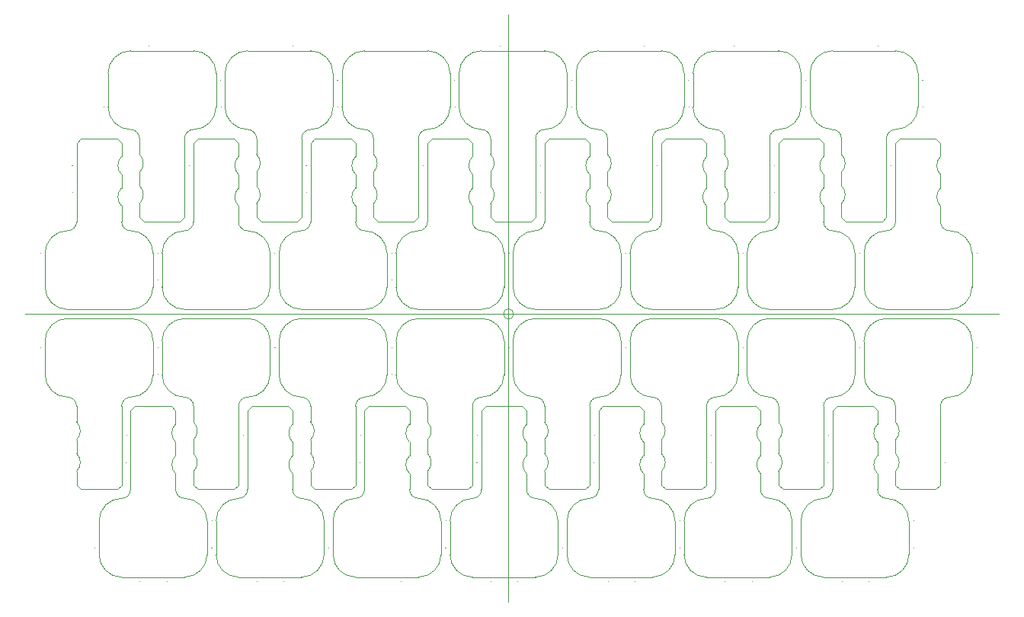
<source format=gbr>
G04 #@! TF.FileFunction,Drawing*
%FSLAX46Y46*%
G04 Gerber Fmt 4.6, Leading zero omitted, Abs format (unit mm)*
G04 Created by KiCad (PCBNEW (2016-04-11 BZR 6687, Git f239aee)-product) date Tue 12 Apr 2016 04:32:28 PM CEST*
%MOMM*%
G01*
G04 APERTURE LIST*
%ADD10C,0.150000*%
%ADD11C,0.100000*%
%ADD12C,0.050000*%
G04 APERTURE END LIST*
D10*
D11*
X124249999Y-63999997D02*
G75*
G03X121749997Y-66500001I1J-2500003D01*
G01*
X133750003Y-66500000D02*
G75*
G03X131250002Y-64000001I-2500000J-1D01*
G01*
X131249996Y-72750001D02*
G75*
G03X133749998Y-70250001I1J2500001D01*
G01*
X131250002Y-64000001D02*
X124249998Y-63999999D01*
X121750000Y-70250001D02*
G75*
G03X124250001Y-72750000I2500000J1D01*
G01*
X129750002Y-83000002D02*
X130250000Y-82499998D01*
X129750002Y-83000002D02*
X125750001Y-82999998D01*
X130250000Y-82499998D02*
X130250000Y-73750000D01*
X131250001Y-72750001D02*
G75*
G03X130250000Y-73750000I-1J-1000000D01*
G01*
X125249999Y-73749996D02*
G75*
G03X124250001Y-72750000I-999997J-1D01*
G01*
X118250001Y-72749999D02*
G75*
G03X117249999Y-73749999I-1J-1000001D01*
G01*
X120749999Y-70249997D02*
X120749998Y-66499999D01*
X118250004Y-72749996D02*
G75*
G03X120749999Y-70249997I-2J2499997D01*
G01*
X120749998Y-66500000D02*
G75*
G03X118250000Y-64000000I-2499999J1D01*
G01*
X85250002Y-64000006D02*
G75*
G03X82750002Y-66500000I-3J-2499997D01*
G01*
X112250000Y-73750002D02*
G75*
G03X111250002Y-72750000I-1000000J2D01*
G01*
X111249996Y-92750005D02*
G75*
G03X113750002Y-90250001I1J2500005D01*
G01*
X121749997Y-66500001D02*
X121750001Y-70249999D01*
X118250000Y-64000000D02*
X111250001Y-63999998D01*
X117249999Y-92750002D02*
X124250001Y-92750002D01*
X118249999Y-74250000D02*
X118249998Y-83000001D01*
X112250004Y-77499997D02*
G75*
G03X112249999Y-75500000I-1000001J999996D01*
G01*
X117250002Y-82499997D02*
X117249999Y-73749999D01*
X112249999Y-75500000D02*
X112250002Y-73750000D01*
X118749999Y-73750002D02*
X118249999Y-74250000D01*
X112249998Y-79000002D02*
X112250001Y-77500003D01*
X112250003Y-80999999D02*
G75*
G03X112249998Y-79000002I-1000001J999996D01*
G01*
X112750000Y-83000000D02*
X112250000Y-82500000D01*
X116749999Y-82999999D02*
X112750000Y-83000000D01*
X112250000Y-82500000D02*
X112250000Y-81000000D01*
X116749999Y-82999999D02*
X117250002Y-82499997D01*
X117249995Y-83999994D02*
G75*
G03X118249998Y-83000001I5J999998D01*
G01*
X113750002Y-90250001D02*
X113749995Y-86499998D01*
X114750000Y-90249997D02*
G75*
G03X117249999Y-92750002I2500002J-3D01*
G01*
X117249999Y-84000000D02*
G75*
G03X114749999Y-86500002I1J-2500001D01*
G01*
X114749999Y-86500002D02*
X114750002Y-90250003D01*
X113749999Y-86500003D02*
G75*
G03X111250001Y-84000001I-2500000J2D01*
G01*
X125250000Y-82500001D02*
X125250001Y-81000002D01*
X123249999Y-81250001D02*
X123250000Y-82999997D01*
X125750001Y-82999998D02*
X125250000Y-82500001D01*
X125250000Y-80999999D02*
G75*
G03X125249999Y-79000000I-1000000J999999D01*
G01*
X125249999Y-79000000D02*
X125249999Y-77500000D01*
X123250002Y-83000004D02*
G75*
G03X124250003Y-83999999I999998J3D01*
G01*
X123249996Y-79250000D02*
G75*
G03X123249999Y-81250001I1000002J-999999D01*
G01*
X123249998Y-77750001D02*
X123249998Y-79249998D01*
X126750003Y-90250001D02*
X126749998Y-86500000D01*
X126750003Y-86500001D02*
G75*
G03X124250003Y-83999999I-2500001J1D01*
G01*
X124250002Y-92750000D02*
G75*
G03X126750003Y-90250001I1J2500000D01*
G01*
X125249996Y-77499998D02*
G75*
G03X125249999Y-75500001I-999997J1000000D01*
G01*
X122750003Y-73749999D02*
X123249998Y-74249999D01*
X118749999Y-73750002D02*
X122750003Y-73749999D01*
X123249998Y-74249999D02*
X123250000Y-75750000D01*
X123250002Y-75750001D02*
G75*
G03X123249998Y-77750001I999998J-1000002D01*
G01*
X125249999Y-75500001D02*
X125250000Y-73750000D01*
X104249999Y-84000002D02*
G75*
G03X105250001Y-83000000I0J1000002D01*
G01*
X104250001Y-92749997D02*
X111250004Y-92749998D01*
X101750002Y-86499998D02*
X101749997Y-90249999D01*
X104250002Y-84000006D02*
G75*
G03X101750002Y-86499998I-4J-2499996D01*
G01*
X110250004Y-83000002D02*
G75*
G03X111250001Y-84000001I999998J-1D01*
G01*
X99249999Y-75499999D02*
X99250000Y-73750001D01*
X97249997Y-74249999D02*
X97250001Y-75750000D01*
X97249997Y-75750000D02*
G75*
G03X97250001Y-77750002I1000003J-999999D01*
G01*
X99250004Y-77500002D02*
G75*
G03X99249999Y-75499999I-1000004J999999D01*
G01*
X97250002Y-79249998D02*
G75*
G03X97249999Y-81249997I999998J-1000001D01*
G01*
X99250000Y-79000000D02*
X99250000Y-77500002D01*
X103750002Y-83000000D02*
X104249998Y-82499999D01*
X104249998Y-82499999D02*
X104250000Y-73750002D01*
X105249999Y-74250000D02*
X105250001Y-83000000D01*
X105750000Y-73750002D02*
X105249999Y-74250000D01*
X109749997Y-73749997D02*
X110249998Y-74250001D01*
X110250004Y-81250001D02*
X110249998Y-83000000D01*
X110249998Y-74250001D02*
X110250002Y-75749999D01*
X110249998Y-77750000D02*
X110250003Y-79250005D01*
X110249997Y-75750003D02*
G75*
G03X110249998Y-77750000I999999J-999998D01*
G01*
X110250001Y-79250000D02*
G75*
G03X110250004Y-81250001I1000002J-999999D01*
G01*
X100749991Y-86500003D02*
G75*
G03X98250000Y-84000004I-2499995J4D01*
G01*
X100750001Y-90250003D02*
X100749998Y-86499999D01*
X101750001Y-90249999D02*
G75*
G03X104250001Y-92749997I2499999J1D01*
G01*
X98249999Y-92750003D02*
G75*
G03X100750001Y-90250003I1J2500001D01*
G01*
X103750002Y-83000000D02*
X99750000Y-82999998D01*
X99249998Y-80999998D02*
G75*
G03X99250000Y-79000000I-999998J1000000D01*
G01*
X99250000Y-82500000D02*
X99250001Y-81000002D01*
X99750000Y-82999998D02*
X99250000Y-82500000D01*
X97249999Y-81249997D02*
X97250002Y-83000002D01*
X97249998Y-83000002D02*
G75*
G03X98250000Y-84000004I1000002J0D01*
G01*
X97250001Y-77750002D02*
X97249996Y-79250000D01*
X105750000Y-73750002D02*
X109749997Y-73749997D01*
X108749994Y-70250002D02*
G75*
G03X111250002Y-72750000I2500003J5D01*
G01*
X105250002Y-72749998D02*
G75*
G03X107750000Y-70250000I0J2499998D01*
G01*
X95749997Y-70250000D02*
G75*
G03X98250000Y-72750001I2500002J1D01*
G01*
X92750001Y-73749998D02*
X96749997Y-73750000D01*
X92249998Y-72749998D02*
G75*
G03X94750000Y-70250000I2J2500000D01*
G01*
X107750001Y-66499998D02*
G75*
G03X105250002Y-63999999I-2499999J0D01*
G01*
X111249999Y-63999998D02*
G75*
G03X108750000Y-66499999I1J-2500000D01*
G01*
X108750000Y-66499999D02*
X108749998Y-70250003D01*
X107750000Y-70250000D02*
X107750000Y-66499998D01*
X105250000Y-72750000D02*
G75*
G03X104250000Y-73750002I1J-1000001D01*
G01*
X99250001Y-73750000D02*
G75*
G03X98250000Y-72750001I-1000000J-1D01*
G01*
X105250002Y-63999999D02*
X98250001Y-63999998D01*
X98249999Y-63999998D02*
G75*
G03X95750001Y-66500002I3J-2500001D01*
G01*
X94749999Y-66500002D02*
G75*
G03X92250002Y-64000001I-2499999J2D01*
G01*
X94750000Y-70250000D02*
X94750000Y-66500002D01*
X95750001Y-66500002D02*
X95749999Y-70249999D01*
X33249998Y-64000003D02*
G75*
G03X30750002Y-66499999I0J-2499996D01*
G01*
X30750002Y-66499999D02*
X30750002Y-70250001D01*
X30750001Y-70249998D02*
G75*
G03X33250001Y-72749998I2500000J0D01*
G01*
X34249999Y-73750002D02*
G75*
G03X33250001Y-72749998I-1000001J3D01*
G01*
X79250000Y-63999998D02*
X72249998Y-63999999D01*
X81750002Y-66499998D02*
G75*
G03X79250000Y-63999998I-2500001J-1D01*
G01*
X133749998Y-70250001D02*
X133750001Y-66499998D01*
X72249998Y-64000001D02*
G75*
G03X69750001Y-66500002I2J-2499999D01*
G01*
X45250002Y-83000003D02*
G75*
G03X46250002Y-83999997I999997J3D01*
G01*
X40250002Y-64000000D02*
X33250000Y-64000002D01*
X78250001Y-92749999D02*
X85250002Y-92750002D01*
X92250002Y-64000001D02*
X85250001Y-64000000D01*
X82750000Y-70250003D02*
G75*
G03X85250001Y-72749998I2499998J3D01*
G01*
X86249998Y-77500000D02*
G75*
G03X86250000Y-75500000I-999999J1000001D01*
G01*
X86250000Y-75500000D02*
X86249999Y-73749998D01*
X86250005Y-73750002D02*
G75*
G03X85250001Y-72749998I-1000004J0D01*
G01*
X83749999Y-73749999D02*
X84249996Y-74250001D01*
X84249996Y-74250001D02*
X84249999Y-75749999D01*
X90749999Y-83000000D02*
X86749998Y-82999998D01*
X91250000Y-84000001D02*
G75*
G03X92249999Y-82999998I-2J1000001D01*
G01*
X91250001Y-83999994D02*
G75*
G03X88749997Y-86500002I2J-2500006D01*
G01*
X90749999Y-83000000D02*
X91250002Y-82500001D01*
X87750000Y-86500002D02*
G75*
G03X85250000Y-84000002I-2500000J0D01*
G01*
X86749998Y-82999998D02*
X86250000Y-82500000D01*
X92249998Y-74249999D02*
X92249999Y-82999998D01*
X92750001Y-73749998D02*
X92249998Y-74249999D01*
X91250002Y-82500001D02*
X91249998Y-73750000D01*
X96749997Y-73750000D02*
X97249997Y-74249999D01*
X92249998Y-72749998D02*
G75*
G03X91249998Y-73750000I1J-1000001D01*
G01*
X85250003Y-92750004D02*
G75*
G03X87750001Y-90250000I-3J2500001D01*
G01*
X88749997Y-86500002D02*
X88749999Y-90250000D01*
X87750001Y-90250000D02*
X87750001Y-86500003D01*
X91250001Y-92750001D02*
X98250002Y-92749999D01*
X88749996Y-90250004D02*
G75*
G03X91250001Y-92750001I2500001J4D01*
G01*
X86249999Y-80999995D02*
G75*
G03X86249998Y-79000002I-999997J999996D01*
G01*
X84249997Y-83000001D02*
G75*
G03X85250000Y-84000002I1000002J1D01*
G01*
X84249997Y-81250001D02*
X84249999Y-82999998D01*
X86249998Y-79000002D02*
X86250000Y-77500000D01*
X86250000Y-82500000D02*
X86250000Y-81000000D01*
X84250001Y-79249999D02*
G75*
G03X84249997Y-81250001I999999J-1000003D01*
G01*
X84249998Y-77749999D02*
X84249997Y-79250001D01*
X84250000Y-75750003D02*
G75*
G03X84249998Y-77749999I999997J-999999D01*
G01*
X36750000Y-86500001D02*
X36750002Y-90250001D01*
X36749999Y-90249999D02*
G75*
G03X39250003Y-92750003I2500004J0D01*
G01*
X39250003Y-92750003D02*
X46249998Y-92750001D01*
X47249998Y-82499998D02*
X47250001Y-80999998D01*
X45250005Y-79250000D02*
G75*
G03X45250000Y-81249997I999996J-1000001D01*
G01*
X45250000Y-81249997D02*
X45250000Y-83000001D01*
X45250000Y-75750002D02*
G75*
G03X45249999Y-77749999I999998J-999999D01*
G01*
X45249999Y-77749999D02*
X45249997Y-79249997D01*
X47250002Y-78999999D02*
X47250000Y-77500000D01*
X39250003Y-84000003D02*
G75*
G03X40250000Y-83000000I-3J1000000D01*
G01*
X39249995Y-83999994D02*
G75*
G03X36750000Y-86500001I6J-2500001D01*
G01*
X38750001Y-83000001D02*
X39249999Y-82499999D01*
X38750001Y-83000001D02*
X34749999Y-83000002D01*
X34749999Y-83000002D02*
X34250001Y-82500001D01*
X34250001Y-82500001D02*
X34250002Y-80999998D01*
X40250001Y-74250000D02*
X40250000Y-83000000D01*
X39249999Y-82499999D02*
X39250003Y-73749998D01*
X34249998Y-79000001D02*
X34249999Y-77499998D01*
X34249998Y-77500002D02*
G75*
G03X34250000Y-75500002I-999999J1000001D01*
G01*
X34249999Y-81000002D02*
G75*
G03X34249998Y-79000001I-1000001J1000000D01*
G01*
X34250000Y-75500002D02*
X34250000Y-73749997D01*
X66250001Y-72749997D02*
G75*
G03X65250000Y-73750000I1J-1000002D01*
G01*
X66750000Y-73750001D02*
X66250003Y-74250000D01*
X66250003Y-74250000D02*
X66250001Y-83000002D01*
X60250000Y-82500000D02*
X60250000Y-81000000D01*
X64750002Y-82999997D02*
X60749999Y-82999999D01*
X64750002Y-82999997D02*
X65249999Y-82500001D01*
X60749999Y-82999999D02*
X60250000Y-82500000D01*
X60250002Y-73749999D02*
G75*
G03X59250002Y-72749999I-1000000J0D01*
G01*
X68750001Y-66500001D02*
G75*
G03X66249999Y-63999999I-2500002J0D01*
G01*
X59250000Y-64000000D02*
G75*
G03X56749998Y-66500002I0J-2500002D01*
G01*
X66249999Y-63999999D02*
X59249999Y-64000002D01*
X56750002Y-70249999D02*
G75*
G03X59250002Y-72749999I2500000J0D01*
G01*
X66250001Y-72749999D02*
G75*
G03X68750000Y-70250000I0J2499999D01*
G01*
X53749999Y-73750003D02*
X53249996Y-74249998D01*
X53249998Y-72750004D02*
G75*
G03X55750002Y-70250002I1J2500003D01*
G01*
X57749998Y-73749997D02*
X58250001Y-74249999D01*
X53749999Y-73750003D02*
X57749998Y-73749997D01*
X58250001Y-74249999D02*
X58250004Y-75750000D01*
X58250000Y-81250002D02*
X58250000Y-82999999D01*
X58250001Y-77750001D02*
X58250004Y-79250002D01*
X58249999Y-79250001D02*
G75*
G03X58250000Y-81250002I1000001J-1000000D01*
G01*
X53249996Y-74249998D02*
X53250001Y-83000001D01*
X58250001Y-75750003D02*
G75*
G03X58250001Y-77750001I999999J-999999D01*
G01*
X56749998Y-66500002D02*
X56750002Y-70250002D01*
X55750001Y-66500001D02*
G75*
G03X53250000Y-64000000I-2500001J0D01*
G01*
X55750002Y-70250002D02*
X55750001Y-66499999D01*
X65249999Y-82500001D02*
X65250000Y-73750000D01*
X60250000Y-75500003D02*
X60250004Y-73750001D01*
X60250000Y-77499997D02*
G75*
G03X60250000Y-75500003I-999997J999997D01*
G01*
X60250000Y-79000000D02*
X60250000Y-77500000D01*
X60249998Y-80999998D02*
G75*
G03X60250000Y-79000000I-999998J1000000D01*
G01*
X82750002Y-66500000D02*
X82749997Y-70249999D01*
X81749999Y-70250001D02*
X81749998Y-66499999D01*
X79250000Y-72749998D02*
G75*
G03X78249998Y-73750000I0J-1000002D01*
G01*
X73249998Y-73749995D02*
G75*
G03X72249999Y-72750000I-999997J-2D01*
G01*
X79249997Y-72750001D02*
G75*
G03X81749999Y-70250001I1J2500001D01*
G01*
X69750001Y-66500002D02*
X69750003Y-70250000D01*
X69750002Y-70249997D02*
G75*
G03X72249999Y-72750000I2500000J-3D01*
G01*
X68750000Y-70250000D02*
X68749999Y-66499999D01*
X75750004Y-90249996D02*
G75*
G03X78250001Y-92749999I2500000J-3D01*
G01*
X72250001Y-92749997D02*
G75*
G03X74750000Y-90249998I0J2499999D01*
G01*
X74750000Y-90249998D02*
X74750002Y-86500002D01*
X75750000Y-86500002D02*
X75750002Y-90250002D01*
X73249998Y-75500003D02*
X73249997Y-73750000D01*
X73250001Y-78999998D02*
X73249999Y-77499999D01*
X73249997Y-77499996D02*
G75*
G03X73249998Y-75500003I-999996J999997D01*
G01*
X71249997Y-74250002D02*
X71249999Y-75749999D01*
X71250000Y-77750001D02*
X71250002Y-79250000D01*
X71250000Y-83000002D02*
G75*
G03X72250001Y-84000001I1000000J1D01*
G01*
X78250000Y-83999999D02*
G75*
G03X79250001Y-83000000I1J1000000D01*
G01*
X74750001Y-86500003D02*
G75*
G03X72250001Y-84000001I-2500001J1D01*
G01*
X78249999Y-84000003D02*
G75*
G03X75750000Y-86500002I0J-2499999D01*
G01*
X78250000Y-82500000D02*
X78249998Y-73750000D01*
X79250001Y-74249997D02*
X79250001Y-83000000D01*
X79749999Y-73750001D02*
X79250001Y-74249997D01*
X79749999Y-73750001D02*
X83749999Y-73749999D01*
X73250002Y-81000001D02*
G75*
G03X73250001Y-78999998I-1000002J1000001D01*
G01*
X77749999Y-83000000D02*
X73749999Y-83000003D01*
X77749999Y-83000000D02*
X78250000Y-82500000D01*
X73250000Y-82499998D02*
X73250000Y-81000000D01*
X73749999Y-83000003D02*
X73250000Y-82499998D01*
X62750001Y-90250006D02*
G75*
G03X65249999Y-92749998I2499995J3D01*
G01*
X65249999Y-92749998D02*
X72250000Y-92750000D01*
X61750008Y-86500000D02*
G75*
G03X59250001Y-83999999I-2500004J-3D01*
G01*
X65250000Y-83999995D02*
G75*
G03X62749997Y-86500000I1J-2500004D01*
G01*
X58249999Y-82999999D02*
G75*
G03X59250001Y-83999999I1000001J1D01*
G01*
X65249999Y-84000004D02*
G75*
G03X66250001Y-83000002I0J1000002D01*
G01*
X52249998Y-84000000D02*
G75*
G03X53250001Y-83000001I2J1000001D01*
G01*
X48750004Y-86500003D02*
G75*
G03X46250002Y-83999997I-2500004J2D01*
G01*
X49750001Y-86500001D02*
X49750003Y-90249999D01*
X52249999Y-83999999D02*
G75*
G03X49750001Y-86500001I2J-2500000D01*
G01*
X49750001Y-90249996D02*
G75*
G03X52249995Y-92750002I2500000J-6D01*
G01*
X48750002Y-90249996D02*
X48749997Y-86500000D01*
X46250004Y-92750000D02*
G75*
G03X48750002Y-90249996I-3J2500001D01*
G01*
X52249995Y-92750002D02*
X59250000Y-92750003D01*
X61749998Y-90250003D02*
X61750000Y-86499999D01*
X59249994Y-92749999D02*
G75*
G03X61749998Y-90250003I4J2500000D01*
G01*
X62749997Y-86500000D02*
X62750000Y-90249999D01*
X70749999Y-73750001D02*
X71249997Y-74250002D01*
X71250000Y-75749997D02*
G75*
G03X71250000Y-77750001I1000002J-1000002D01*
G01*
X66750000Y-73750001D02*
X70749999Y-73750001D01*
X71250005Y-79249999D02*
G75*
G03X71250000Y-81250000I999998J-1000003D01*
G01*
X71250000Y-81250000D02*
X71249998Y-83000001D01*
X42750001Y-66500003D02*
G75*
G03X40250002Y-64000000I-2500001J2D01*
G01*
X42750001Y-70249998D02*
X42749999Y-66499998D01*
X46250002Y-63999998D02*
G75*
G03X43749999Y-66499999I-1J-2500002D01*
G01*
X47249999Y-75499999D02*
X47250000Y-73750002D01*
X40750002Y-73750001D02*
X40250001Y-74250000D01*
X40750002Y-73750001D02*
X44750002Y-73750000D01*
X45249998Y-74249998D02*
X45250000Y-75749999D01*
X47249999Y-73750001D02*
G75*
G03X46250000Y-72750000I-1000000J1D01*
G01*
X53250004Y-72750001D02*
G75*
G03X52250002Y-73750001I-1J-1000001D01*
G01*
X53250000Y-64000000D02*
X46250001Y-63999999D01*
X44750002Y-73750000D02*
X45249998Y-74249998D01*
X43749999Y-66499999D02*
X43750002Y-70249995D01*
X40250005Y-72750000D02*
G75*
G03X42750001Y-70249998I-3J2499999D01*
G01*
X43750003Y-70250001D02*
G75*
G03X46250000Y-72750000I2499998J-1D01*
G01*
X40250000Y-72750005D02*
G75*
G03X39250003Y-73749998I-2J-999995D01*
G01*
X52249998Y-82500000D02*
X52250002Y-73750001D01*
X51750000Y-83000000D02*
X52249998Y-82500000D01*
X47749998Y-82999999D02*
X47249998Y-82499998D01*
X47249999Y-81000000D02*
G75*
G03X47250002Y-78999999I-999999J1000002D01*
G01*
X51750000Y-83000000D02*
X47749998Y-82999999D01*
X47250001Y-77499999D02*
G75*
G03X47249999Y-75499999I-1000001J999999D01*
G01*
X28500000Y-63500000D02*
X136750000Y-63500000D01*
X82250000Y-95500000D02*
X82250000Y-30250000D01*
X82809017Y-63500000D02*
G75*
G03X82809017Y-63500000I-559017J0D01*
G01*
X130250000Y-53250000D02*
G75*
G03X131250000Y-54250000I1000000J0D01*
G01*
X133750000Y-56750000D02*
G75*
G03X131250000Y-54250000I-2500000J0D01*
G01*
X133750000Y-60500000D02*
X133750000Y-56750000D01*
X131250000Y-63000000D02*
G75*
G03X133750000Y-60500000I0J2500000D01*
G01*
X130250000Y-51500000D02*
X130250000Y-53250000D01*
X125250000Y-44500000D02*
X125250000Y-53250000D01*
X130250000Y-49500000D02*
G75*
G03X130250000Y-51500000I1000000J-1000000D01*
G01*
X130250000Y-48000000D02*
X130250000Y-49500000D01*
X124250000Y-54250000D02*
G75*
G03X125250000Y-53250000I0J1000000D01*
G01*
X124250000Y-63000000D02*
X131250000Y-63000000D01*
X124250000Y-54250000D02*
G75*
G03X121750000Y-56750000I0J-2500000D01*
G01*
X121750000Y-56750000D02*
X121750000Y-60500000D01*
X121750000Y-60500000D02*
G75*
G03X124250000Y-63000000I2500000J0D01*
G01*
X125750000Y-44000000D02*
X125250000Y-44500000D01*
X130250000Y-46000000D02*
G75*
G03X130250000Y-48000000I1000000J-1000000D01*
G01*
X130250000Y-44500000D02*
X130250000Y-46000000D01*
X129750000Y-44000000D02*
X130250000Y-44500000D01*
X125750000Y-44000000D02*
X129750000Y-44000000D01*
X73249998Y-34250001D02*
X66250000Y-34250002D01*
X75749999Y-36749994D02*
G75*
G03X73249998Y-34250001I-2499997J-4D01*
G01*
X75750002Y-40499999D02*
X75750001Y-36750000D01*
X71749999Y-53250000D02*
X67750003Y-53250000D01*
X67250002Y-52750000D02*
X67250002Y-51250001D01*
X71749999Y-53250000D02*
X72250002Y-52750001D01*
X67750003Y-53250000D02*
X67250002Y-52750000D01*
X72250002Y-52750001D02*
X72250001Y-44000002D01*
X67249998Y-49249999D02*
X67250001Y-47750001D01*
X67250001Y-51249998D02*
G75*
G03X67249998Y-49249999I-1000001J999998D01*
G01*
X67250004Y-43999998D02*
G75*
G03X66250001Y-42999997I-1000002J-1D01*
G01*
X73250001Y-43000002D02*
G75*
G03X72250001Y-44000002I0J-1000000D01*
G01*
X67249999Y-47750001D02*
G75*
G03X67250000Y-45750002I-999999J1000000D01*
G01*
X67250000Y-45750002D02*
X67249998Y-44000000D01*
X73249999Y-43000006D02*
G75*
G03X75750002Y-40499999I-2J2500005D01*
G01*
X79249999Y-34249996D02*
G75*
G03X76749999Y-36750000I2J-2500002D01*
G01*
X76749999Y-36750000D02*
X76749999Y-40499999D01*
X76750002Y-40500002D02*
G75*
G03X79250002Y-42999998I2499998J2D01*
G01*
X80250001Y-51249997D02*
G75*
G03X80250000Y-49250000I-999999J999998D01*
G01*
X84749999Y-53250000D02*
X80750000Y-53250000D01*
X85249999Y-52750001D02*
X85249999Y-44000001D01*
X80250002Y-52750000D02*
X80250001Y-51250001D01*
X80250000Y-49250000D02*
X80250002Y-47750000D01*
X80750000Y-53250000D02*
X80250002Y-52750000D01*
X84749999Y-53250000D02*
X85249999Y-52750001D01*
X80250005Y-47750001D02*
G75*
G03X80250003Y-45749999I-1000002J1000000D01*
G01*
X80250003Y-44000001D02*
G75*
G03X79250002Y-42999998I-1000002J1D01*
G01*
X86249999Y-43000001D02*
G75*
G03X85249999Y-44000001I0J-1000000D01*
G01*
X86249997Y-34250002D02*
X79249998Y-34250001D01*
X80250003Y-45749999D02*
X80249999Y-44000001D01*
X93249998Y-47750002D02*
G75*
G03X93250000Y-45750000I-1000000J1000002D01*
G01*
X93250000Y-45750000D02*
X93250002Y-43999999D01*
X93250001Y-49250001D02*
X93250000Y-47750000D01*
X98249997Y-52750000D02*
X98250001Y-43999999D01*
X89750002Y-40499998D02*
G75*
G03X92250000Y-43000000I2500000J-2D01*
G01*
X86249999Y-42999997D02*
G75*
G03X88750000Y-40500000I2J2499999D01*
G01*
X92249999Y-34250002D02*
G75*
G03X89750002Y-36750001I1J-2499998D01*
G01*
X88749994Y-36749999D02*
G75*
G03X86249997Y-34250002I-2499997J0D01*
G01*
X88750000Y-40500000D02*
X88750000Y-36750000D01*
X89750002Y-36750001D02*
X89750000Y-40499998D01*
X97749998Y-53249998D02*
X93750000Y-53250000D01*
X93250002Y-52749999D02*
X93249999Y-51250003D01*
X97749998Y-53249998D02*
X98249997Y-52750000D01*
X93249996Y-51250002D02*
G75*
G03X93250001Y-49250001I-999998J1000003D01*
G01*
X93750000Y-53250000D02*
X93250002Y-52749999D01*
X93250002Y-44000000D02*
G75*
G03X92250000Y-43000000I-1000001J-1D01*
G01*
X101750002Y-40500001D02*
X101750000Y-36750001D01*
X99250002Y-43000000D02*
G75*
G03X98250001Y-43999999I-1J-1000000D01*
G01*
X101749999Y-36749998D02*
G75*
G03X99250002Y-34250001I-2499997J0D01*
G01*
X99250002Y-34250001D02*
X92250000Y-34250000D01*
X99249998Y-43000001D02*
G75*
G03X101750002Y-40500001I2J2500002D01*
G01*
X66250001Y-34249997D02*
G75*
G03X63749999Y-36749997I-1J-2500001D01*
G01*
X62750000Y-40500000D02*
X62750001Y-36750002D01*
X62750000Y-36750002D02*
G75*
G03X60250000Y-34250002I-2500000J0D01*
G01*
X54249998Y-45749999D02*
X54249999Y-43999998D01*
X54250000Y-44000000D02*
G75*
G03X53249999Y-42999999I-1000001J0D01*
G01*
X60250000Y-34250002D02*
X53249999Y-34250002D01*
X60249997Y-42999997D02*
G75*
G03X59249999Y-44000001I3J-1000001D01*
G01*
X41250001Y-47749999D02*
G75*
G03X41249999Y-45749999I-1000001J999999D01*
G01*
X46250000Y-52750000D02*
X46250002Y-43999999D01*
X41250002Y-49249999D02*
X41250002Y-47750001D01*
X41750000Y-53250000D02*
X41250000Y-52750000D01*
X41249998Y-51249999D02*
G75*
G03X41250002Y-49249999I-999998J1000002D01*
G01*
X45749999Y-53249999D02*
X46250000Y-52750000D01*
X41250000Y-52750000D02*
X41250001Y-51250001D01*
X45749999Y-53249999D02*
X41750000Y-53250000D01*
X54249999Y-47750002D02*
G75*
G03X54249998Y-45749999I-1000002J1000001D01*
G01*
X54250000Y-51249998D02*
G75*
G03X54250002Y-49250000I-999998J1000000D01*
G01*
X54250002Y-49250000D02*
X54249998Y-47749998D01*
X54250000Y-52750000D02*
X54250001Y-51250000D01*
X58750000Y-53250000D02*
X54750000Y-53250002D01*
X58750000Y-53250000D02*
X59250001Y-52750001D01*
X59250001Y-52750001D02*
X59249999Y-44000001D01*
X54750000Y-53250002D02*
X54250000Y-52750000D01*
X47250005Y-43000006D02*
G75*
G03X46250002Y-43999999I-5J-999998D01*
G01*
X37749998Y-36749999D02*
X37750001Y-40499998D01*
X40249999Y-34249996D02*
G75*
G03X37749998Y-36749999I1J-2500002D01*
G01*
X47250002Y-34250000D02*
X40250001Y-34249998D01*
X37750000Y-40500001D02*
G75*
G03X40249999Y-43000000I2499999J0D01*
G01*
X41249999Y-45749999D02*
X41249998Y-44000004D01*
X41250001Y-44000000D02*
G75*
G03X40249999Y-43000000I-1000001J-1D01*
G01*
X50750002Y-40500002D02*
G75*
G03X53249999Y-42999999I2499997J0D01*
G01*
X49749999Y-40499996D02*
X49749999Y-36749998D01*
X47250000Y-42999999D02*
G75*
G03X49749999Y-40499996I-2J2500001D01*
G01*
X53250003Y-34249997D02*
G75*
G03X50750000Y-36750000I0J-2500003D01*
G01*
X49749999Y-36750001D02*
G75*
G03X47250002Y-34250000I-2499999J2D01*
G01*
X50750000Y-36750000D02*
X50750001Y-40500003D01*
X63749999Y-36749997D02*
X63750002Y-40500001D01*
X60249998Y-42999998D02*
G75*
G03X62750000Y-40500000I2J2500000D01*
G01*
X63750009Y-40500001D02*
G75*
G03X66250001Y-42999997I2499994J-2D01*
G01*
X119750001Y-53250000D02*
X119250000Y-52750002D01*
X119250000Y-49250000D02*
X119250001Y-47750003D01*
X124249999Y-52750002D02*
X124250000Y-44000000D01*
X119250000Y-52750002D02*
X119250001Y-51250001D01*
X123750000Y-53250000D02*
X124249999Y-52750002D01*
X123750000Y-53250000D02*
X119750001Y-53250000D01*
X119249998Y-47750000D02*
G75*
G03X119250000Y-45750000I-999999J1000001D01*
G01*
X119250003Y-51249995D02*
G75*
G03X119250000Y-49250000I-999999J999996D01*
G01*
X110749999Y-53249998D02*
X111250000Y-52750002D01*
X106249999Y-52750001D02*
X106249999Y-51249998D01*
X106750002Y-53250003D02*
X106249999Y-52750001D01*
X106249999Y-51250001D02*
G75*
G03X106250001Y-49250001I-999999J1000001D01*
G01*
X110749999Y-53249998D02*
X106750002Y-53250003D01*
X111250000Y-52750002D02*
X111249998Y-44000001D01*
X114749997Y-36750002D02*
G75*
G03X112250003Y-34250000I-2499998J4D01*
G01*
X112250002Y-43000002D02*
G75*
G03X114749999Y-40500001I-2J2499999D01*
G01*
X114749999Y-40500001D02*
X114749997Y-36750001D01*
X115749996Y-40499998D02*
G75*
G03X118250000Y-43000002I2500004J0D01*
G01*
X118249998Y-34250000D02*
G75*
G03X115750000Y-36750002I2J-2500000D01*
G01*
X115750000Y-36750002D02*
X115750002Y-40499999D01*
X105250005Y-34249997D02*
G75*
G03X102750001Y-36749999I-1J-2500003D01*
G01*
X102750001Y-36749999D02*
X102749999Y-40500000D01*
X102749997Y-40499999D02*
G75*
G03X105250000Y-43000000I2500002J1D01*
G01*
X112249996Y-42999999D02*
G75*
G03X111249998Y-44000001I2J-1000000D01*
G01*
X112250003Y-34250000D02*
X105250000Y-34250000D01*
X106250000Y-44000000D02*
G75*
G03X105250000Y-43000000I-1000000J0D01*
G01*
X106250001Y-49250001D02*
X106249998Y-47749998D01*
X106250002Y-47750000D02*
G75*
G03X106250000Y-45749998I-1000002J1000000D01*
G01*
X106250000Y-45749998D02*
X106250001Y-44000001D01*
X119250000Y-45750000D02*
X119250001Y-44000003D01*
X127750001Y-36749998D02*
G75*
G03X125249998Y-34249999I-2500001J-2D01*
G01*
X125249998Y-34249999D02*
X118250001Y-34249998D01*
X125250003Y-43000002D02*
G75*
G03X127749999Y-40499998I-4J2500000D01*
G01*
X125249999Y-42999997D02*
G75*
G03X124250000Y-44000000I2J-1000001D01*
G01*
X127749999Y-40499998D02*
X127750000Y-36749997D01*
X119249999Y-44000003D02*
G75*
G03X118250000Y-43000002I-1000000J1D01*
G01*
X98250000Y-54250000D02*
G75*
G03X99250000Y-53250000I0J1000000D01*
G01*
X104250000Y-53250000D02*
G75*
G03X105250000Y-54250000I1000000J0D01*
G01*
X98250000Y-63000000D02*
X105250000Y-63000000D01*
X107750000Y-56750000D02*
G75*
G03X105250000Y-54250000I-2500000J0D01*
G01*
X104250000Y-44500000D02*
X104250000Y-46000000D01*
X104250000Y-46000000D02*
G75*
G03X104250000Y-48000000I1000000J-1000000D01*
G01*
X99750000Y-44000000D02*
X103750000Y-44000000D01*
X99750000Y-44000000D02*
X99250000Y-44500000D01*
X103750000Y-44000000D02*
X104250000Y-44500000D01*
X105250000Y-63000000D02*
G75*
G03X107750000Y-60500000I0J2500000D01*
G01*
X108750000Y-56750000D02*
X108750000Y-60500000D01*
X111250000Y-54250000D02*
G75*
G03X108750000Y-56750000I0J-2500000D01*
G01*
X107750000Y-60500000D02*
X107750000Y-56750000D01*
X108750000Y-60500000D02*
G75*
G03X111250000Y-63000000I2500000J0D01*
G01*
X104250000Y-48000000D02*
X104250000Y-49500000D01*
X104250000Y-49500000D02*
G75*
G03X104250000Y-51500000I1000000J-1000000D01*
G01*
X104250000Y-51500000D02*
X104250000Y-53250000D01*
X99250000Y-44500000D02*
X99250000Y-53250000D01*
X118250000Y-63000000D02*
G75*
G03X120750000Y-60500000I0J2500000D01*
G01*
X111250000Y-63000000D02*
X118250000Y-63000000D01*
X120750000Y-60500000D02*
X120750000Y-56750000D01*
X111250000Y-54250000D02*
G75*
G03X112250000Y-53250000I0J1000000D01*
G01*
X117250000Y-53250000D02*
G75*
G03X118250000Y-54250000I1000000J0D01*
G01*
X117250000Y-48000000D02*
X117250000Y-49500000D01*
X117250000Y-51500000D02*
X117250000Y-53250000D01*
X112250000Y-44500000D02*
X112250000Y-53250000D01*
X117250000Y-49500000D02*
G75*
G03X117250000Y-51500000I1000000J-1000000D01*
G01*
X120750000Y-56750000D02*
G75*
G03X118250000Y-54250000I-2500000J0D01*
G01*
X112750000Y-44000000D02*
X116750000Y-44000000D01*
X117250000Y-46000000D02*
G75*
G03X117250000Y-48000000I1000000J-1000000D01*
G01*
X117250000Y-44500000D02*
X117250000Y-46000000D01*
X116750000Y-44000000D02*
X117250000Y-44500000D01*
X112750000Y-44000000D02*
X112250000Y-44500000D01*
X92250000Y-63000000D02*
G75*
G03X94750000Y-60500000I0J2500000D01*
G01*
X95750000Y-60500000D02*
G75*
G03X98250000Y-63000000I2500000J0D01*
G01*
X95750000Y-56750000D02*
X95750000Y-60500000D01*
X82750000Y-56750000D02*
X82750000Y-60500000D01*
X82750000Y-60500000D02*
G75*
G03X85250000Y-63000000I2500000J0D01*
G01*
X85250000Y-54250000D02*
G75*
G03X82750000Y-56750000I0J-2500000D01*
G01*
X91250000Y-53250000D02*
G75*
G03X92250000Y-54250000I1000000J0D01*
G01*
X85250000Y-63000000D02*
X92250000Y-63000000D01*
X85250000Y-54250000D02*
G75*
G03X86250000Y-53250000I0J1000000D01*
G01*
X94750000Y-56750000D02*
G75*
G03X92250000Y-54250000I-2500000J0D01*
G01*
X98250000Y-54250000D02*
G75*
G03X95750000Y-56750000I0J-2500000D01*
G01*
X94750000Y-60500000D02*
X94750000Y-56750000D01*
X91250000Y-46000000D02*
G75*
G03X91250000Y-48000000I1000000J-1000000D01*
G01*
X91250000Y-49500000D02*
G75*
G03X91250000Y-51500000I1000000J-1000000D01*
G01*
X91250000Y-48000000D02*
X91250000Y-49500000D01*
X86250000Y-44500000D02*
X86250000Y-53250000D01*
X91250000Y-51500000D02*
X91250000Y-53250000D01*
X90750000Y-44000000D02*
X91250000Y-44500000D01*
X86750000Y-44000000D02*
X90750000Y-44000000D01*
X91250000Y-44500000D02*
X91250000Y-46000000D01*
X86750000Y-44000000D02*
X86250000Y-44500000D01*
X64750000Y-44000000D02*
X65250000Y-44500000D01*
X65250000Y-48000000D02*
X65250000Y-49500000D01*
X60250000Y-44500000D02*
X60250000Y-53250000D01*
X65250000Y-44500000D02*
X65250000Y-46000000D01*
X60750000Y-44000000D02*
X60250000Y-44500000D01*
X60750000Y-44000000D02*
X64750000Y-44000000D01*
X65250000Y-49500000D02*
G75*
G03X65250000Y-51500000I1000000J-1000000D01*
G01*
X65250000Y-46000000D02*
G75*
G03X65250000Y-48000000I1000000J-1000000D01*
G01*
X72250000Y-54250000D02*
G75*
G03X73250000Y-53250000I0J1000000D01*
G01*
X79250000Y-63000000D02*
G75*
G03X81750000Y-60500000I0J2500000D01*
G01*
X81750000Y-60500000D02*
X81750000Y-56750000D01*
X81750000Y-56750000D02*
G75*
G03X79250000Y-54250000I-2500000J0D01*
G01*
X78250000Y-53250000D02*
G75*
G03X79250000Y-54250000I1000000J0D01*
G01*
X72250000Y-63000000D02*
X79250000Y-63000000D01*
X78250000Y-51500000D02*
X78250000Y-53250000D01*
X73250000Y-44500000D02*
X73250000Y-53250000D01*
X78250000Y-49500000D02*
G75*
G03X78250000Y-51500000I1000000J-1000000D01*
G01*
X78250000Y-48000000D02*
X78250000Y-49500000D01*
X68750000Y-56750000D02*
G75*
G03X66250000Y-54250000I-2500000J0D01*
G01*
X69750000Y-56750000D02*
X69750000Y-60500000D01*
X72250000Y-54250000D02*
G75*
G03X69750000Y-56750000I0J-2500000D01*
G01*
X66250000Y-63000000D02*
G75*
G03X68750000Y-60500000I0J2500000D01*
G01*
X69750000Y-60500000D02*
G75*
G03X72250000Y-63000000I2500000J0D01*
G01*
X68750000Y-60500000D02*
X68750000Y-56750000D01*
X65250000Y-51500000D02*
X65250000Y-53250000D01*
X56750000Y-60500000D02*
G75*
G03X59250000Y-63000000I2500000J0D01*
G01*
X59250000Y-63000000D02*
X66250000Y-63000000D01*
X65250000Y-53250000D02*
G75*
G03X66250000Y-54250000I1000000J0D01*
G01*
X59250000Y-54250000D02*
G75*
G03X60250000Y-53250000I0J1000000D01*
G01*
X59250000Y-54250000D02*
G75*
G03X56750000Y-56750000I0J-2500000D01*
G01*
X56750000Y-56750000D02*
X56750000Y-60500000D01*
X73750000Y-44000000D02*
X73250000Y-44500000D01*
X73750000Y-44000000D02*
X77750000Y-44000000D01*
X78250000Y-44500000D02*
X78250000Y-46000000D01*
X77750000Y-44000000D02*
X78250000Y-44500000D01*
X78250000Y-46000000D02*
G75*
G03X78250000Y-48000000I1000000J-1000000D01*
G01*
X47750000Y-44000000D02*
X47250000Y-44500000D01*
X52250000Y-44500000D02*
X52250000Y-46000000D01*
X47750000Y-44000000D02*
X51750000Y-44000000D01*
X51750000Y-44000000D02*
X52250000Y-44500000D01*
X52250000Y-46000000D02*
G75*
G03X52250000Y-48000000I1000000J-1000000D01*
G01*
X53250000Y-63000000D02*
G75*
G03X55750000Y-60500000I0J2500000D01*
G01*
X52250000Y-53250000D02*
G75*
G03X53250000Y-54250000I1000000J0D01*
G01*
X55750000Y-56750000D02*
G75*
G03X53250000Y-54250000I-2500000J0D01*
G01*
X55750000Y-60500000D02*
X55750000Y-56750000D01*
X46250000Y-54250000D02*
G75*
G03X47250000Y-53250000I0J1000000D01*
G01*
X46250000Y-63000000D02*
X53250000Y-63000000D01*
X46250000Y-54250000D02*
G75*
G03X43750000Y-56750000I0J-2500000D01*
G01*
X43750000Y-56750000D02*
X43750000Y-60500000D01*
X43750000Y-60500000D02*
G75*
G03X46250000Y-63000000I2500000J0D01*
G01*
X52250000Y-51500000D02*
X52250000Y-53250000D01*
X52250000Y-49500000D02*
G75*
G03X52250000Y-51500000I1000000J-1000000D01*
G01*
X47250000Y-44500000D02*
X47250000Y-53250000D01*
X52250000Y-48000000D02*
X52250000Y-49500000D01*
X33250000Y-63000000D02*
X40250000Y-63000000D01*
X33250000Y-54250000D02*
G75*
G03X30750000Y-56750000I0J-2500000D01*
G01*
X30750000Y-60500000D02*
G75*
G03X33250000Y-63000000I2500000J0D01*
G01*
X39250000Y-53250000D02*
G75*
G03X40250000Y-54250000I1000000J0D01*
G01*
X40250000Y-63000000D02*
G75*
G03X42750000Y-60500000I0J2500000D01*
G01*
X42750000Y-60500000D02*
X42750000Y-56750000D01*
X42750000Y-56750000D02*
G75*
G03X40250000Y-54250000I-2500000J0D01*
G01*
X30750000Y-56750000D02*
X30750000Y-60500000D01*
X33250000Y-54250000D02*
G75*
G03X34250000Y-53250000I0J1000000D01*
G01*
X39250000Y-51500000D02*
X39250000Y-53250000D01*
X39250000Y-48000000D02*
X39250000Y-49500000D01*
X39250000Y-49500000D02*
G75*
G03X39250000Y-51500000I1000000J-1000000D01*
G01*
X34250000Y-44500000D02*
X34250000Y-53250000D01*
X39250000Y-46000000D02*
G75*
G03X39250000Y-48000000I1000000J-1000000D01*
G01*
X34750000Y-44000000D02*
X38750000Y-44000000D01*
X38750000Y-44000000D02*
X39250000Y-44500000D01*
X34750000Y-44000000D02*
X34250000Y-44500000D01*
X39250000Y-44500000D02*
X39250000Y-46000000D01*
D12*
X121310000Y-70250003D02*
G75*
G03X121310000Y-70250003I-60000J0D01*
G01*
X121310000Y-67250003D02*
G75*
G03X121310000Y-67250003I-60000J0D01*
G01*
X117809999Y-79999999D02*
G75*
G03X117809999Y-79999999I-60000J0D01*
G01*
X117809999Y-76999999D02*
G75*
G03X117809999Y-76999999I-60000J0D01*
G01*
X108310000Y-70250000D02*
G75*
G03X108310000Y-70250000I-60000J0D01*
G01*
X108310000Y-67250000D02*
G75*
G03X108310000Y-67250000I-60000J0D01*
G01*
X104809999Y-80000001D02*
G75*
G03X104809999Y-80000001I-60000J0D01*
G01*
X104809999Y-77000001D02*
G75*
G03X104809999Y-77000001I-60000J0D01*
G01*
X134310002Y-70250001D02*
G75*
G03X134310002Y-70250001I-60000J0D01*
G01*
X134310002Y-67250001D02*
G75*
G03X134310002Y-67250001I-60000J0D01*
G01*
X130810002Y-80000000D02*
G75*
G03X130810002Y-80000000I-60000J0D01*
G01*
X130810002Y-77000000D02*
G75*
G03X130810002Y-77000000I-60000J0D01*
G01*
X114310000Y-86500000D02*
G75*
G03X114310000Y-86500000I-60000J0D01*
G01*
X114310000Y-89500000D02*
G75*
G03X114310000Y-89500000I-60000J0D01*
G01*
X127309999Y-89500002D02*
G75*
G03X127309999Y-89500002I-60000J0D01*
G01*
X127309999Y-86500002D02*
G75*
G03X127309999Y-86500002I-60000J0D01*
G01*
X119310000Y-93250002D02*
G75*
G03X119310000Y-93250002I-60000J0D01*
G01*
X122310000Y-93250002D02*
G75*
G03X122310000Y-93250002I-60000J0D01*
G01*
X101309999Y-86500002D02*
G75*
G03X101309999Y-86500002I-60000J0D01*
G01*
X101309999Y-89500002D02*
G75*
G03X101309999Y-89500002I-60000J0D01*
G01*
X106309999Y-93250000D02*
G75*
G03X106309999Y-93250000I-60000J0D01*
G01*
X109309999Y-93250000D02*
G75*
G03X109309999Y-93250000I-60000J0D01*
G01*
X30310000Y-70250002D02*
G75*
G03X30310000Y-70250002I-60000J0D01*
G01*
X30310000Y-67250002D02*
G75*
G03X30310000Y-67250002I-60000J0D01*
G01*
X56309999Y-70250001D02*
G75*
G03X56309999Y-70250001I-60000J0D01*
G01*
X56309999Y-67250001D02*
G75*
G03X56309999Y-67250001I-60000J0D01*
G01*
X43309999Y-70250000D02*
G75*
G03X43309999Y-70250000I-60000J0D01*
G01*
X43309999Y-67250000D02*
G75*
G03X43309999Y-67250000I-60000J0D01*
G01*
X36309998Y-86499999D02*
G75*
G03X36309998Y-86499999I-60000J0D01*
G01*
X36309998Y-89499999D02*
G75*
G03X36309998Y-89499999I-60000J0D01*
G01*
X41310002Y-93250001D02*
G75*
G03X41310002Y-93250001I-60000J0D01*
G01*
X44310002Y-93250001D02*
G75*
G03X44310002Y-93250001I-60000J0D01*
G01*
X62310001Y-86500000D02*
G75*
G03X62310001Y-86500000I-60000J0D01*
G01*
X62310001Y-89500000D02*
G75*
G03X62310001Y-89500000I-60000J0D01*
G01*
X67310001Y-93250001D02*
G75*
G03X67310001Y-93250001I-60000J0D01*
G01*
X70310001Y-93250001D02*
G75*
G03X70310001Y-93250001I-60000J0D01*
G01*
X65810001Y-79999998D02*
G75*
G03X65810001Y-79999998I-60000J0D01*
G01*
X65810001Y-76999998D02*
G75*
G03X65810001Y-76999998I-60000J0D01*
G01*
X49310000Y-86500000D02*
G75*
G03X49310000Y-86500000I-60000J0D01*
G01*
X49310000Y-89500000D02*
G75*
G03X49310000Y-89500000I-60000J0D01*
G01*
X52809999Y-80000000D02*
G75*
G03X52809999Y-80000000I-60000J0D01*
G01*
X52809999Y-77000000D02*
G75*
G03X52809999Y-77000000I-60000J0D01*
G01*
X54310002Y-93250001D02*
G75*
G03X54310002Y-93250001I-60000J0D01*
G01*
X57310002Y-93250001D02*
G75*
G03X57310002Y-93250001I-60000J0D01*
G01*
X39810000Y-79999998D02*
G75*
G03X39810000Y-79999998I-60000J0D01*
G01*
X39810000Y-76999998D02*
G75*
G03X39810000Y-76999998I-60000J0D01*
G01*
X69310000Y-70250000D02*
G75*
G03X69310000Y-70250000I-60000J0D01*
G01*
X69310000Y-67250000D02*
G75*
G03X69310000Y-67250000I-60000J0D01*
G01*
X78810001Y-80000002D02*
G75*
G03X78810001Y-80000002I-60000J0D01*
G01*
X78810001Y-77000002D02*
G75*
G03X78810001Y-77000002I-60000J0D01*
G01*
X82310000Y-70250001D02*
G75*
G03X82310000Y-70250001I-60000J0D01*
G01*
X82310000Y-67250001D02*
G75*
G03X82310000Y-67250001I-60000J0D01*
G01*
X95310000Y-70250000D02*
G75*
G03X95310000Y-70250000I-60000J0D01*
G01*
X95310000Y-67250000D02*
G75*
G03X95310000Y-67250000I-60000J0D01*
G01*
X75309999Y-86499999D02*
G75*
G03X75309999Y-86499999I-60000J0D01*
G01*
X75309999Y-89499999D02*
G75*
G03X75309999Y-89499999I-60000J0D01*
G01*
X80310001Y-93250001D02*
G75*
G03X80310001Y-93250001I-60000J0D01*
G01*
X83310001Y-93250001D02*
G75*
G03X83310001Y-93250001I-60000J0D01*
G01*
X88309998Y-86499998D02*
G75*
G03X88309998Y-86499998I-60000J0D01*
G01*
X88309998Y-89499998D02*
G75*
G03X88309998Y-89499998I-60000J0D01*
G01*
X93309999Y-93249999D02*
G75*
G03X93309999Y-93249999I-60000J0D01*
G01*
X96309999Y-93249999D02*
G75*
G03X96309999Y-93249999I-60000J0D01*
G01*
X91810001Y-80000000D02*
G75*
G03X91810001Y-80000000I-60000J0D01*
G01*
X91810001Y-77000000D02*
G75*
G03X91810001Y-77000000I-60000J0D01*
G01*
X33810000Y-47000000D02*
G75*
G03X33810000Y-47000000I-60000J0D01*
G01*
X33810000Y-50000000D02*
G75*
G03X33810000Y-50000000I-60000J0D01*
G01*
X128310000Y-40500000D02*
G75*
G03X128310000Y-40500000I-60000J0D01*
G01*
X128310000Y-37500000D02*
G75*
G03X128310000Y-37500000I-60000J0D01*
G01*
X124810000Y-47000000D02*
G75*
G03X124810000Y-47000000I-60000J0D01*
G01*
X124810000Y-50000000D02*
G75*
G03X124810000Y-50000000I-60000J0D01*
G01*
X111810000Y-47000000D02*
G75*
G03X111810000Y-47000000I-60000J0D01*
G01*
X111810000Y-50000000D02*
G75*
G03X111810000Y-50000000I-60000J0D01*
G01*
X98810000Y-47000000D02*
G75*
G03X98810000Y-47000000I-60000J0D01*
G01*
X98810000Y-50000000D02*
G75*
G03X98810000Y-50000000I-60000J0D01*
G01*
X85810000Y-47000000D02*
G75*
G03X85810000Y-47000000I-60000J0D01*
G01*
X85810000Y-50000000D02*
G75*
G03X85810000Y-50000000I-60000J0D01*
G01*
X72810000Y-47000000D02*
G75*
G03X72810000Y-47000000I-60000J0D01*
G01*
X72810000Y-50000000D02*
G75*
G03X72810000Y-50000000I-60000J0D01*
G01*
X59810000Y-47000000D02*
G75*
G03X59810000Y-47000000I-60000J0D01*
G01*
X59810000Y-50000000D02*
G75*
G03X59810000Y-50000000I-60000J0D01*
G01*
X76310000Y-40500000D02*
G75*
G03X76310000Y-40500000I-60000J0D01*
G01*
X76310000Y-37500000D02*
G75*
G03X76310000Y-37500000I-60000J0D01*
G01*
X63310000Y-40500000D02*
G75*
G03X63310000Y-40500000I-60000J0D01*
G01*
X63310000Y-37500000D02*
G75*
G03X63310000Y-37500000I-60000J0D01*
G01*
X89310000Y-40500000D02*
G75*
G03X89310000Y-40500000I-60000J0D01*
G01*
X89310000Y-37500000D02*
G75*
G03X89310000Y-37500000I-60000J0D01*
G01*
X50310000Y-40500000D02*
G75*
G03X50310000Y-40500000I-60000J0D01*
G01*
X50310000Y-37500000D02*
G75*
G03X50310000Y-37500000I-60000J0D01*
G01*
X102310000Y-40500000D02*
G75*
G03X102310000Y-40500000I-60000J0D01*
G01*
X102310000Y-37500000D02*
G75*
G03X102310000Y-37500000I-60000J0D01*
G01*
X115310000Y-40500000D02*
G75*
G03X115310000Y-40500000I-60000J0D01*
G01*
X115310000Y-37500000D02*
G75*
G03X115310000Y-37500000I-60000J0D01*
G01*
X82310000Y-56750000D02*
G75*
G03X82310000Y-56750000I-60000J0D01*
G01*
X82310000Y-59750000D02*
G75*
G03X82310000Y-59750000I-60000J0D01*
G01*
X108310000Y-56750000D02*
G75*
G03X108310000Y-56750000I-60000J0D01*
G01*
X108310000Y-59750000D02*
G75*
G03X108310000Y-59750000I-60000J0D01*
G01*
X95310000Y-56750000D02*
G75*
G03X95310000Y-56750000I-60000J0D01*
G01*
X95310000Y-59750000D02*
G75*
G03X95310000Y-59750000I-60000J0D01*
G01*
X56310000Y-56750000D02*
G75*
G03X56310000Y-56750000I-60000J0D01*
G01*
X56310000Y-59750000D02*
G75*
G03X56310000Y-59750000I-60000J0D01*
G01*
X69310000Y-56750000D02*
G75*
G03X69310000Y-56750000I-60000J0D01*
G01*
X69310000Y-59750000D02*
G75*
G03X69310000Y-59750000I-60000J0D01*
G01*
X43310000Y-56750000D02*
G75*
G03X43310000Y-56750000I-60000J0D01*
G01*
X43310000Y-59750000D02*
G75*
G03X43310000Y-59750000I-60000J0D01*
G01*
X46810000Y-47000000D02*
G75*
G03X46810000Y-47000000I-60000J0D01*
G01*
X46810000Y-50000000D02*
G75*
G03X46810000Y-50000000I-60000J0D01*
G01*
X51310000Y-63500000D02*
G75*
G03X51310000Y-63500000I-60000J0D01*
G01*
X48310000Y-63500000D02*
G75*
G03X48310000Y-63500000I-60000J0D01*
G01*
X64310000Y-63500000D02*
G75*
G03X64310000Y-63500000I-60000J0D01*
G01*
X61310000Y-63500000D02*
G75*
G03X61310000Y-63500000I-60000J0D01*
G01*
X77310000Y-63500000D02*
G75*
G03X77310000Y-63500000I-60000J0D01*
G01*
X74310000Y-63500000D02*
G75*
G03X74310000Y-63500000I-60000J0D01*
G01*
X90310000Y-63500000D02*
G75*
G03X90310000Y-63500000I-60000J0D01*
G01*
X87310000Y-63500000D02*
G75*
G03X87310000Y-63500000I-60000J0D01*
G01*
X103310000Y-63500000D02*
G75*
G03X103310000Y-63500000I-60000J0D01*
G01*
X100310000Y-63500000D02*
G75*
G03X100310000Y-63500000I-60000J0D01*
G01*
X116310000Y-63500000D02*
G75*
G03X116310000Y-63500000I-60000J0D01*
G01*
X113310000Y-63500000D02*
G75*
G03X113310000Y-63500000I-60000J0D01*
G01*
X38310000Y-63500000D02*
G75*
G03X38310000Y-63500000I-60000J0D01*
G01*
X35310000Y-63500000D02*
G75*
G03X35310000Y-63500000I-60000J0D01*
G01*
X129310000Y-63500000D02*
G75*
G03X129310000Y-63500000I-60000J0D01*
G01*
X126310000Y-63500000D02*
G75*
G03X126310000Y-63500000I-60000J0D01*
G01*
X123310000Y-33750000D02*
G75*
G03X123310000Y-33750000I-60000J0D01*
G01*
X120310000Y-33750000D02*
G75*
G03X120310000Y-33750000I-60000J0D01*
G01*
X110310000Y-33750000D02*
G75*
G03X110310000Y-33750000I-60000J0D01*
G01*
X107310000Y-33750000D02*
G75*
G03X107310000Y-33750000I-60000J0D01*
G01*
X97310000Y-33750000D02*
G75*
G03X97310000Y-33750000I-60000J0D01*
G01*
X94310000Y-33750000D02*
G75*
G03X94310000Y-33750000I-60000J0D01*
G01*
X84310000Y-33750000D02*
G75*
G03X84310000Y-33750000I-60000J0D01*
G01*
X81310000Y-33750000D02*
G75*
G03X81310000Y-33750000I-60000J0D01*
G01*
X71310000Y-33750000D02*
G75*
G03X71310000Y-33750000I-60000J0D01*
G01*
X68310000Y-33750000D02*
G75*
G03X68310000Y-33750000I-60000J0D01*
G01*
X58310000Y-33750000D02*
G75*
G03X58310000Y-33750000I-60000J0D01*
G01*
X55310000Y-33750000D02*
G75*
G03X55310000Y-33750000I-60000J0D01*
G01*
X45310000Y-33750000D02*
G75*
G03X45310000Y-33750000I-60000J0D01*
G01*
X42310000Y-33750000D02*
G75*
G03X42310000Y-33750000I-60000J0D01*
G01*
X30310000Y-56750000D02*
G75*
G03X30310000Y-56750000I-60000J0D01*
G01*
X30310000Y-59750000D02*
G75*
G03X30310000Y-59750000I-60000J0D01*
G01*
X134310000Y-56750000D02*
G75*
G03X134310000Y-56750000I-60000J0D01*
G01*
X134310000Y-59750000D02*
G75*
G03X134310000Y-59750000I-60000J0D01*
G01*
X121310000Y-56750000D02*
G75*
G03X121310000Y-56750000I-60000J0D01*
G01*
X121310000Y-59750000D02*
G75*
G03X121310000Y-59750000I-60000J0D01*
G01*
X37310000Y-37500000D02*
G75*
G03X37310000Y-37500000I-60000J0D01*
G01*
X37310000Y-40500000D02*
G75*
G03X37310000Y-40500000I-60000J0D01*
G01*
M02*

</source>
